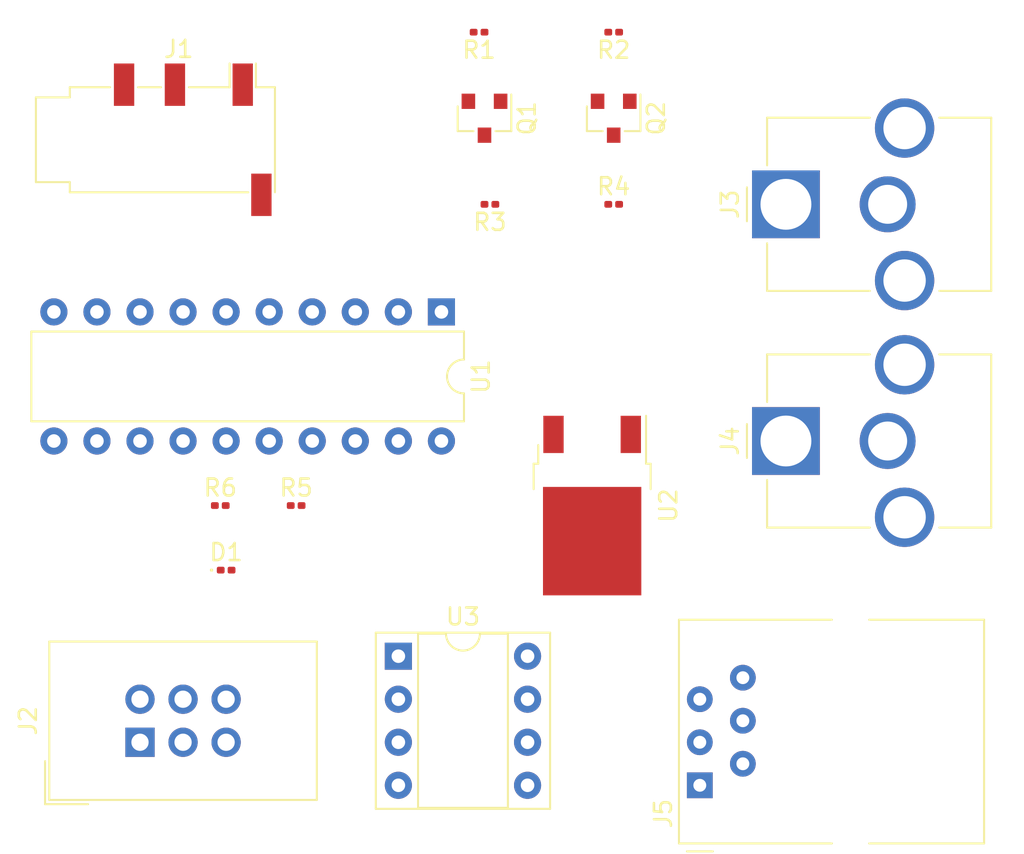
<source format=kicad_pcb>
(kicad_pcb (version 20171130) (host pcbnew "(5.0.2)-1")

  (general
    (thickness 1.6)
    (drawings 0)
    (tracks 0)
    (zones 0)
    (modules 17)
    (nets 30)
  )

  (page A4)
  (layers
    (0 F.Cu signal)
    (31 B.Cu signal)
    (32 B.Adhes user)
    (33 F.Adhes user)
    (34 B.Paste user)
    (35 F.Paste user)
    (36 B.SilkS user)
    (37 F.SilkS user)
    (38 B.Mask user)
    (39 F.Mask user)
    (40 Dwgs.User user)
    (41 Cmts.User user)
    (42 Eco1.User user)
    (43 Eco2.User user)
    (44 Edge.Cuts user)
    (45 Margin user)
    (46 B.CrtYd user)
    (47 F.CrtYd user)
    (48 B.Fab user)
    (49 F.Fab user)
  )

  (setup
    (last_trace_width 0.25)
    (trace_clearance 0.2)
    (zone_clearance 0.508)
    (zone_45_only no)
    (trace_min 0.2)
    (segment_width 0.2)
    (edge_width 0.15)
    (via_size 0.8)
    (via_drill 0.4)
    (via_min_size 0.4)
    (via_min_drill 0.3)
    (uvia_size 0.3)
    (uvia_drill 0.1)
    (uvias_allowed no)
    (uvia_min_size 0.2)
    (uvia_min_drill 0.1)
    (pcb_text_width 0.3)
    (pcb_text_size 1.5 1.5)
    (mod_edge_width 0.15)
    (mod_text_size 1 1)
    (mod_text_width 0.15)
    (pad_size 1.524 1.524)
    (pad_drill 0.762)
    (pad_to_mask_clearance 0.051)
    (solder_mask_min_width 0.25)
    (aux_axis_origin 0 0)
    (visible_elements 7FFFFFFF)
    (pcbplotparams
      (layerselection 0x010fc_ffffffff)
      (usegerberextensions false)
      (usegerberattributes false)
      (usegerberadvancedattributes false)
      (creategerberjobfile false)
      (excludeedgelayer true)
      (linewidth 0.100000)
      (plotframeref false)
      (viasonmask false)
      (mode 1)
      (useauxorigin false)
      (hpglpennumber 1)
      (hpglpenspeed 20)
      (hpglpendiameter 15.000000)
      (psnegative false)
      (psa4output false)
      (plotreference true)
      (plotvalue true)
      (plotinvisibletext false)
      (padsonsilk false)
      (subtractmaskfromsilk false)
      (outputformat 1)
      (mirror false)
      (drillshape 1)
      (scaleselection 1)
      (outputdirectory ""))
  )

  (net 0 "")
  (net 1 "Net-(Q2-Pad3)")
  (net 2 "Net-(Q1-Pad3)")
  (net 3 "Net-(J1-PadR1)")
  (net 4 "Net-(J1-PadT)")
  (net 5 "Net-(R5-Pad2)")
  (net 6 "Net-(D1-Pad2)")
  (net 7 GND)
  (net 8 "Net-(J2-Pad4)")
  (net 9 "Net-(J5-Pad4)")
  (net 10 "Net-(J5-Pad3)")
  (net 11 "Net-(J2-Pad1)")
  (net 12 "Net-(J2-Pad5)")
  (net 13 "Net-(U1-Pad11)")
  (net 14 "Net-(U1-Pad12)")
  (net 15 "Net-(U1-Pad13)")
  (net 16 "Net-(U1-Pad4)")
  (net 17 "Net-(U1-Pad14)")
  (net 18 "Net-(U1-Pad5)")
  (net 19 "Net-(U1-Pad15)")
  (net 20 "Net-(U1-Pad6)")
  (net 21 "Net-(U1-Pad7)")
  (net 22 "Net-(U1-Pad8)")
  (net 23 "Net-(U1-Pad9)")
  (net 24 "Net-(J2-Pad3)")
  (net 25 "Net-(J5-Pad6)")
  (net 26 "Net-(J5-Pad1)")
  (net 27 +5V)
  (net 28 +3V3)
  (net 29 +12V)

  (net_class Default "This is the default net class."
    (clearance 0.2)
    (trace_width 0.25)
    (via_dia 0.8)
    (via_drill 0.4)
    (uvia_dia 0.3)
    (uvia_drill 0.1)
    (add_net +12V)
    (add_net +3V3)
    (add_net +5V)
    (add_net GND)
    (add_net "Net-(D1-Pad2)")
    (add_net "Net-(J1-PadR1)")
    (add_net "Net-(J1-PadT)")
    (add_net "Net-(J2-Pad1)")
    (add_net "Net-(J2-Pad3)")
    (add_net "Net-(J2-Pad4)")
    (add_net "Net-(J2-Pad5)")
    (add_net "Net-(J5-Pad1)")
    (add_net "Net-(J5-Pad3)")
    (add_net "Net-(J5-Pad4)")
    (add_net "Net-(J5-Pad6)")
    (add_net "Net-(Q1-Pad3)")
    (add_net "Net-(Q2-Pad3)")
    (add_net "Net-(R5-Pad2)")
    (add_net "Net-(U1-Pad11)")
    (add_net "Net-(U1-Pad12)")
    (add_net "Net-(U1-Pad13)")
    (add_net "Net-(U1-Pad14)")
    (add_net "Net-(U1-Pad15)")
    (add_net "Net-(U1-Pad4)")
    (add_net "Net-(U1-Pad5)")
    (add_net "Net-(U1-Pad6)")
    (add_net "Net-(U1-Pad7)")
    (add_net "Net-(U1-Pad8)")
    (add_net "Net-(U1-Pad9)")
  )

  (module Connector_BarrelJack:BarrelJack_CUI_PJ-063AH_Horizontal_CircularHoles (layer F.Cu) (tedit 5B0886B5) (tstamp 5C5B9F1E)
    (at 209.55 73.66 90)
    (descr "Barrel Jack, 2.0mm ID, 5.5mm OD, 24V, 8A, no switch, https://www.cui.com/product/resource/pj-063ah.pdf")
    (tags "barrel jack cui dc power")
    (path /5C4E582D)
    (fp_text reference J3 (at 0 -3.3 90) (layer F.SilkS)
      (effects (font (size 1 1) (thickness 0.15)))
    )
    (fp_text value Barrel_Jack (at 0 13 90) (layer F.Fab)
      (effects (font (size 1 1) (thickness 0.15)))
    )
    (fp_text user %R (at 0 5.5 90) (layer F.Fab)
      (effects (font (size 1 1) (thickness 0.15)))
    )
    (fp_line (start 6.75 -2.5) (end -6.75 -2.5) (layer F.CrtYd) (width 0.05))
    (fp_line (start 6.75 12.5) (end 6.75 -2.5) (layer F.CrtYd) (width 0.05))
    (fp_line (start -6.75 12.5) (end 6.75 12.5) (layer F.CrtYd) (width 0.05))
    (fp_line (start -6.75 -2.5) (end -6.75 12.5) (layer F.CrtYd) (width 0.05))
    (fp_line (start -1 -2.3) (end 1 -2.3) (layer F.SilkS) (width 0.12))
    (fp_line (start -5.11 12.11) (end -5.11 9.05) (layer F.SilkS) (width 0.12))
    (fp_line (start 5.11 12.11) (end -5.11 12.11) (layer F.SilkS) (width 0.12))
    (fp_line (start 5.11 9.05) (end 5.11 12.11) (layer F.SilkS) (width 0.12))
    (fp_line (start 5.11 -1.11) (end 5.11 4.95) (layer F.SilkS) (width 0.12))
    (fp_line (start 2.3 -1.11) (end 5.11 -1.11) (layer F.SilkS) (width 0.12))
    (fp_line (start -5.11 -1.11) (end -2.3 -1.11) (layer F.SilkS) (width 0.12))
    (fp_line (start -5.11 4.95) (end -5.11 -1.11) (layer F.SilkS) (width 0.12))
    (fp_line (start -5 12) (end -5 -1) (layer F.Fab) (width 0.1))
    (fp_line (start 5 12) (end -5 12) (layer F.Fab) (width 0.1))
    (fp_line (start 5 -1) (end 5 12) (layer F.Fab) (width 0.1))
    (fp_line (start 1 -1) (end 5 -1) (layer F.Fab) (width 0.1))
    (fp_line (start 0 0) (end 1 -1) (layer F.Fab) (width 0.1))
    (fp_line (start -1 -1) (end 0 0) (layer F.Fab) (width 0.1))
    (fp_line (start -5 -1) (end -1 -1) (layer F.Fab) (width 0.1))
    (pad "" np_thru_hole circle (at 0 9 90) (size 1.6 1.6) (drill 1.6) (layers *.Cu *.Mask))
    (pad MP thru_hole circle (at 4.5 7 90) (size 3.5 3.5) (drill 2.5) (layers *.Cu *.Mask))
    (pad MP thru_hole circle (at -4.5 7 90) (size 3.5 3.5) (drill 2.5) (layers *.Cu *.Mask))
    (pad 2 thru_hole circle (at 0 6 90) (size 3.3 3.3) (drill 2.3) (layers *.Cu *.Mask)
      (net 7 GND))
    (pad 1 thru_hole rect (at 0 0 90) (size 4 4) (drill 3) (layers *.Cu *.Mask)
      (net 29 +12V))
    (model ${KISYS3DMOD}/Connector_BarrelJack.3dshapes/BarrelJack_CUI_PJ-063AH_Horizontal_CircularHoles.wrl
      (at (xyz 0 0 0))
      (scale (xyz 1 1 1))
      (rotate (xyz 0 0 0))
    )
  )

  (module Connector_BarrelJack:BarrelJack_CUI_PJ-063AH_Horizontal_CircularHoles (layer F.Cu) (tedit 5B0886B5) (tstamp 5C5B9F02)
    (at 209.55 87.63 90)
    (descr "Barrel Jack, 2.0mm ID, 5.5mm OD, 24V, 8A, no switch, https://www.cui.com/product/resource/pj-063ah.pdf")
    (tags "barrel jack cui dc power")
    (path /5C4E578B)
    (fp_text reference J4 (at 0 -3.3 90) (layer F.SilkS)
      (effects (font (size 1 1) (thickness 0.15)))
    )
    (fp_text value Barrel_Jack (at 0 13 90) (layer F.Fab)
      (effects (font (size 1 1) (thickness 0.15)))
    )
    (fp_line (start -5 -1) (end -1 -1) (layer F.Fab) (width 0.1))
    (fp_line (start -1 -1) (end 0 0) (layer F.Fab) (width 0.1))
    (fp_line (start 0 0) (end 1 -1) (layer F.Fab) (width 0.1))
    (fp_line (start 1 -1) (end 5 -1) (layer F.Fab) (width 0.1))
    (fp_line (start 5 -1) (end 5 12) (layer F.Fab) (width 0.1))
    (fp_line (start 5 12) (end -5 12) (layer F.Fab) (width 0.1))
    (fp_line (start -5 12) (end -5 -1) (layer F.Fab) (width 0.1))
    (fp_line (start -5.11 4.95) (end -5.11 -1.11) (layer F.SilkS) (width 0.12))
    (fp_line (start -5.11 -1.11) (end -2.3 -1.11) (layer F.SilkS) (width 0.12))
    (fp_line (start 2.3 -1.11) (end 5.11 -1.11) (layer F.SilkS) (width 0.12))
    (fp_line (start 5.11 -1.11) (end 5.11 4.95) (layer F.SilkS) (width 0.12))
    (fp_line (start 5.11 9.05) (end 5.11 12.11) (layer F.SilkS) (width 0.12))
    (fp_line (start 5.11 12.11) (end -5.11 12.11) (layer F.SilkS) (width 0.12))
    (fp_line (start -5.11 12.11) (end -5.11 9.05) (layer F.SilkS) (width 0.12))
    (fp_line (start -1 -2.3) (end 1 -2.3) (layer F.SilkS) (width 0.12))
    (fp_line (start -6.75 -2.5) (end -6.75 12.5) (layer F.CrtYd) (width 0.05))
    (fp_line (start -6.75 12.5) (end 6.75 12.5) (layer F.CrtYd) (width 0.05))
    (fp_line (start 6.75 12.5) (end 6.75 -2.5) (layer F.CrtYd) (width 0.05))
    (fp_line (start 6.75 -2.5) (end -6.75 -2.5) (layer F.CrtYd) (width 0.05))
    (fp_text user %R (at 0 5.5 90) (layer F.Fab)
      (effects (font (size 1 1) (thickness 0.15)))
    )
    (pad 1 thru_hole rect (at 0 0 90) (size 4 4) (drill 3) (layers *.Cu *.Mask)
      (net 29 +12V))
    (pad 2 thru_hole circle (at 0 6 90) (size 3.3 3.3) (drill 2.3) (layers *.Cu *.Mask)
      (net 7 GND))
    (pad MP thru_hole circle (at -4.5 7 90) (size 3.5 3.5) (drill 2.5) (layers *.Cu *.Mask))
    (pad MP thru_hole circle (at 4.5 7 90) (size 3.5 3.5) (drill 2.5) (layers *.Cu *.Mask))
    (pad "" np_thru_hole circle (at 0 9 90) (size 1.6 1.6) (drill 1.6) (layers *.Cu *.Mask))
    (model ${KISYS3DMOD}/Connector_BarrelJack.3dshapes/BarrelJack_CUI_PJ-063AH_Horizontal_CircularHoles.wrl
      (at (xyz 0 0 0))
      (scale (xyz 1 1 1))
      (rotate (xyz 0 0 0))
    )
  )

  (module Connector_Audio:Jack_3.5mm_PJ320D_Horizontal (layer F.Cu) (tedit 5BF5E15D) (tstamp 5C5B8F77)
    (at 173.685 69.85)
    (descr "Headphones with microphone connector, 3.5mm, 4 pins (http://www.qingpu-electronics.com/en/products/WQP-PJ320D-72.html)")
    (tags "3.5mm jack mic microphone phones headphones 4pins audio plug")
    (path /5C4E558A)
    (attr smd)
    (fp_text reference J1 (at 0.05 -5.35) (layer F.SilkS)
      (effects (font (size 1 1) (thickness 0.15)))
    )
    (fp_text value AudioJack4 (at -0.025 6.35) (layer F.Fab)
      (effects (font (size 1 1) (thickness 0.15)))
    )
    (fp_text user %R (at -1.195 0) (layer F.Fab)
      (effects (font (size 1 1) (thickness 0.15)))
    )
    (fp_line (start 3.05 -3.1) (end 3.05 -4.5) (layer F.SilkS) (width 0.12))
    (fp_line (start 4.6 -3.1) (end 4.6 -4.5) (layer F.SilkS) (width 0.12))
    (fp_line (start 5.575 2.9) (end -6.225 2.9) (layer F.Fab) (width 0.1))
    (fp_line (start -6.225 2.9) (end -6.225 2.3) (layer F.Fab) (width 0.1))
    (fp_line (start -6.225 2.3) (end -8.225 2.3) (layer F.Fab) (width 0.1))
    (fp_line (start -8.225 2.3) (end -8.225 -2.3) (layer F.Fab) (width 0.1))
    (fp_line (start -8.225 -2.3) (end -6.225 -2.3) (layer F.Fab) (width 0.1))
    (fp_line (start -6.225 -2.3) (end -6.225 -2.9) (layer F.Fab) (width 0.1))
    (fp_line (start -6.225 -2.9) (end 5.575 -2.9) (layer F.Fab) (width 0.1))
    (fp_line (start 5.575 -2.9) (end 5.575 2.9) (layer F.Fab) (width 0.1))
    (fp_line (start 4.15 3.1) (end -6.375 3.1) (layer F.SilkS) (width 0.12))
    (fp_line (start 4.6 -3.1) (end 5.725 -3.1) (layer F.SilkS) (width 0.12))
    (fp_line (start 0.65 -3.1) (end 3.05 -3.1) (layer F.SilkS) (width 0.12))
    (fp_line (start -2.35 -3.1) (end -1 -3.1) (layer F.SilkS) (width 0.12))
    (fp_line (start -6.375 -3.1) (end -4 -3.1) (layer F.SilkS) (width 0.12))
    (fp_line (start 6.07 5) (end 6.07 -5) (layer F.CrtYd) (width 0.05))
    (fp_line (start -8.73 5) (end -8.73 -5) (layer F.CrtYd) (width 0.05))
    (fp_line (start 5.725 3.1) (end 5.725 -3.1) (layer F.SilkS) (width 0.12))
    (fp_line (start -8.73 5) (end 6.07 5) (layer F.CrtYd) (width 0.05))
    (fp_line (start -8.73 -5) (end 6.07 -5) (layer F.CrtYd) (width 0.05))
    (fp_line (start -6.375 -3.1) (end -6.375 -2.5) (layer F.SilkS) (width 0.12))
    (fp_line (start -6.375 2.5) (end -6.375 3.1) (layer F.SilkS) (width 0.12))
    (fp_line (start -8.375 -2.5) (end -8.375 2.5) (layer F.SilkS) (width 0.12))
    (fp_line (start -6.375 -2.5) (end -8.375 -2.5) (layer F.SilkS) (width 0.12))
    (fp_line (start -6.375 2.5) (end -8.375 2.5) (layer F.SilkS) (width 0.12))
    (fp_circle (center 3.9 -2.35) (end 3.95 -2.1) (layer F.Fab) (width 0.12))
    (pad R2 smd rect (at 4.925 3.25) (size 1.2 2.5) (layers F.Cu F.Paste F.Mask)
      (net 7 GND))
    (pad T smd rect (at 3.825 -3.25) (size 1.2 2.5) (layers F.Cu F.Paste F.Mask)
      (net 4 "Net-(J1-PadT)"))
    (pad R1 smd rect (at -0.175 -3.25) (size 1.2 2.5) (layers F.Cu F.Paste F.Mask)
      (net 3 "Net-(J1-PadR1)"))
    (pad S smd rect (at -3.175 -3.25) (size 1.2 2.5) (layers F.Cu F.Paste F.Mask)
      (net 28 +3V3))
    (pad "" np_thru_hole circle (at -4.775 0) (size 1.5 1.5) (drill 1.5) (layers *.Cu *.Mask))
    (pad "" np_thru_hole circle (at 2.225 0) (size 1.5 1.5) (drill 1.5) (layers *.Cu *.Mask))
    (model ${KISYS3DMOD}/Connector_Audio.3dshapes/Jack_3.5mm_PJ320D_Horizontal.wrl
      (at (xyz 0 0 0))
      (scale (xyz 1 1 1))
      (rotate (xyz 0 0 0))
    )
  )

  (module Connector_IDC:IDC-Header_2x03_P2.54mm_Vertical (layer F.Cu) (tedit 59DE0819) (tstamp 5C5B8F12)
    (at 171.45 105.41 90)
    (descr "Through hole straight IDC box header, 2x03, 2.54mm pitch, double rows")
    (tags "Through hole IDC box header THT 2x03 2.54mm double row")
    (path /5C4E513D)
    (fp_text reference J2 (at 1.27 -6.604 90) (layer F.SilkS)
      (effects (font (size 1 1) (thickness 0.15)))
    )
    (fp_text value AVR-ISP-6 (at 1.27 11.684 90) (layer F.Fab)
      (effects (font (size 1 1) (thickness 0.15)))
    )
    (fp_text user %R (at 1.27 2.54 90) (layer F.Fab)
      (effects (font (size 1 1) (thickness 0.15)))
    )
    (fp_line (start 5.695 -5.1) (end 5.695 10.18) (layer F.Fab) (width 0.1))
    (fp_line (start 5.145 -4.56) (end 5.145 9.62) (layer F.Fab) (width 0.1))
    (fp_line (start -3.155 -5.1) (end -3.155 10.18) (layer F.Fab) (width 0.1))
    (fp_line (start -2.605 -4.56) (end -2.605 0.29) (layer F.Fab) (width 0.1))
    (fp_line (start -2.605 4.79) (end -2.605 9.62) (layer F.Fab) (width 0.1))
    (fp_line (start -2.605 0.29) (end -3.155 0.29) (layer F.Fab) (width 0.1))
    (fp_line (start -2.605 4.79) (end -3.155 4.79) (layer F.Fab) (width 0.1))
    (fp_line (start 5.695 -5.1) (end -3.155 -5.1) (layer F.Fab) (width 0.1))
    (fp_line (start 5.145 -4.56) (end -2.605 -4.56) (layer F.Fab) (width 0.1))
    (fp_line (start 5.695 10.18) (end -3.155 10.18) (layer F.Fab) (width 0.1))
    (fp_line (start 5.145 9.62) (end -2.605 9.62) (layer F.Fab) (width 0.1))
    (fp_line (start 5.695 -5.1) (end 5.145 -4.56) (layer F.Fab) (width 0.1))
    (fp_line (start 5.695 10.18) (end 5.145 9.62) (layer F.Fab) (width 0.1))
    (fp_line (start -3.155 -5.1) (end -2.605 -4.56) (layer F.Fab) (width 0.1))
    (fp_line (start -3.155 10.18) (end -2.605 9.62) (layer F.Fab) (width 0.1))
    (fp_line (start 5.95 -5.35) (end 5.95 10.43) (layer F.CrtYd) (width 0.05))
    (fp_line (start 5.95 10.43) (end -3.41 10.43) (layer F.CrtYd) (width 0.05))
    (fp_line (start -3.41 10.43) (end -3.41 -5.35) (layer F.CrtYd) (width 0.05))
    (fp_line (start -3.41 -5.35) (end 5.95 -5.35) (layer F.CrtYd) (width 0.05))
    (fp_line (start 5.945 -5.35) (end 5.945 10.43) (layer F.SilkS) (width 0.12))
    (fp_line (start 5.945 10.43) (end -3.405 10.43) (layer F.SilkS) (width 0.12))
    (fp_line (start -3.405 10.43) (end -3.405 -5.35) (layer F.SilkS) (width 0.12))
    (fp_line (start -3.405 -5.35) (end 5.945 -5.35) (layer F.SilkS) (width 0.12))
    (fp_line (start -3.655 -5.6) (end -3.655 -3.06) (layer F.SilkS) (width 0.12))
    (fp_line (start -3.655 -5.6) (end -1.115 -5.6) (layer F.SilkS) (width 0.12))
    (pad 1 thru_hole rect (at 0 0 90) (size 1.7272 1.7272) (drill 1.016) (layers *.Cu *.Mask)
      (net 11 "Net-(J2-Pad1)"))
    (pad 2 thru_hole oval (at 2.54 0 90) (size 1.7272 1.7272) (drill 1.016) (layers *.Cu *.Mask)
      (net 27 +5V))
    (pad 3 thru_hole oval (at 0 2.54 90) (size 1.7272 1.7272) (drill 1.016) (layers *.Cu *.Mask)
      (net 24 "Net-(J2-Pad3)"))
    (pad 4 thru_hole oval (at 2.54 2.54 90) (size 1.7272 1.7272) (drill 1.016) (layers *.Cu *.Mask)
      (net 8 "Net-(J2-Pad4)"))
    (pad 5 thru_hole oval (at 0 5.08 90) (size 1.7272 1.7272) (drill 1.016) (layers *.Cu *.Mask)
      (net 12 "Net-(J2-Pad5)"))
    (pad 6 thru_hole oval (at 2.54 5.08 90) (size 1.7272 1.7272) (drill 1.016) (layers *.Cu *.Mask)
      (net 7 GND))
    (model ${KISYS3DMOD}/Connector_IDC.3dshapes/IDC-Header_2x03_P2.54mm_Vertical.wrl
      (at (xyz 0 0 0))
      (scale (xyz 1 1 1))
      (rotate (xyz 0 0 0))
    )
  )

  (module Connector_RJ:RJ12_Amphenol_54601 (layer F.Cu) (tedit 5AE2E32D) (tstamp 5C5B8EEE)
    (at 204.47 107.95 90)
    (descr "RJ12 connector  https://cdn.amphenol-icc.com/media/wysiwyg/files/drawing/c-bmj-0082.pdf")
    (tags "RJ12 connector")
    (path /5C53832E)
    (fp_text reference J5 (at -1.67 -2.16 90) (layer F.SilkS)
      (effects (font (size 1 1) (thickness 0.15)))
    )
    (fp_text value 6P6C (at 3.54 18.3 90) (layer F.Fab)
      (effects (font (size 1 1) (thickness 0.15)))
    )
    (fp_line (start -3.43 -0.48) (end -3.43 -1.23) (layer F.Fab) (width 0.1))
    (fp_line (start -2.93 0.02) (end -3.43 -0.48) (layer F.Fab) (width 0.1))
    (fp_line (start -3.43 0.52) (end -2.93 0.02) (layer F.Fab) (width 0.1))
    (fp_line (start -3.9 0.77) (end -3.9 -0.76) (layer F.SilkS) (width 0.12))
    (fp_line (start -3.43 7.79) (end -3.43 -1.23) (layer F.SilkS) (width 0.12))
    (fp_line (start -3.43 7.72) (end -3.43 7.79) (layer F.SilkS) (width 0.1))
    (fp_line (start -3.43 16.77) (end -3.43 9.99) (layer F.SilkS) (width 0.12))
    (fp_line (start 9.77 16.77) (end -3.43 16.77) (layer F.SilkS) (width 0.12))
    (fp_line (start 9.77 16.76) (end 9.77 16.77) (layer F.SilkS) (width 0.1))
    (fp_line (start 9.77 16.77) (end 9.77 9.99) (layer F.SilkS) (width 0.12))
    (fp_line (start 9.77 16.65) (end 9.77 16.77) (layer F.SilkS) (width 0.1))
    (fp_line (start 9.77 -1.23) (end 9.77 7.79) (layer F.SilkS) (width 0.12))
    (fp_line (start -3.43 -1.23) (end 9.77 -1.23) (layer F.SilkS) (width 0.12))
    (fp_line (start -4.04 17.27) (end -4.04 -1.73) (layer F.CrtYd) (width 0.05))
    (fp_line (start 10.38 17.27) (end -4.04 17.27) (layer F.CrtYd) (width 0.05))
    (fp_line (start 10.38 -1.73) (end 10.38 17.27) (layer F.CrtYd) (width 0.05))
    (fp_line (start -4.04 -1.73) (end 10.38 -1.73) (layer F.CrtYd) (width 0.05))
    (fp_line (start 9.77 16.77) (end -3.43 16.77) (layer F.Fab) (width 0.1))
    (fp_line (start 9.77 -1.23) (end 9.77 16.77) (layer F.Fab) (width 0.1))
    (fp_line (start -3.43 -1.23) (end 9.77 -1.23) (layer F.Fab) (width 0.1))
    (fp_line (start -3.43 16.77) (end -3.43 0.52) (layer F.Fab) (width 0.1))
    (fp_text user %R (at 3.16 7.76 90) (layer F.Fab)
      (effects (font (size 1 1) (thickness 0.15)))
    )
    (pad "" np_thru_hole circle (at 8.25 8.89 90) (size 3.25 3.25) (drill 3.25) (layers *.Cu *.Mask))
    (pad 6 thru_hole circle (at 6.35 2.54 90) (size 1.52 1.52) (drill 0.76) (layers *.Cu *.Mask)
      (net 25 "Net-(J5-Pad6)"))
    (pad 5 thru_hole circle (at 5.08 0 90) (size 1.52 1.52) (drill 0.76) (layers *.Cu *.Mask)
      (net 7 GND))
    (pad 4 thru_hole circle (at 3.81 2.54 90) (size 1.52 1.52) (drill 0.76) (layers *.Cu *.Mask)
      (net 9 "Net-(J5-Pad4)"))
    (pad 3 thru_hole circle (at 2.54 0 90) (size 1.52 1.52) (drill 0.76) (layers *.Cu *.Mask)
      (net 10 "Net-(J5-Pad3)"))
    (pad 2 thru_hole circle (at 1.27 2.54 90) (size 1.52 1.52) (drill 0.76) (layers *.Cu *.Mask)
      (net 27 +5V))
    (pad "" np_thru_hole circle (at -1.91 8.89 90) (size 3.25 3.25) (drill 3.25) (layers *.Cu *.Mask))
    (pad 1 thru_hole rect (at 0 0 90) (size 1.52 1.52) (drill 0.76) (layers *.Cu *.Mask)
      (net 26 "Net-(J5-Pad1)"))
    (model ${KISYS3DMOD}/Connector_RJ.3dshapes/RJ12_Amphenol_54601.wrl
      (at (xyz 0 0 0))
      (scale (xyz 1 1 1))
      (rotate (xyz 0 0 0))
    )
  )

  (module LED_SMD:LED_0201_0603Metric (layer F.Cu) (tedit 5B301BBE) (tstamp 5C5B8ECC)
    (at 176.53 95.25)
    (descr "LED SMD 0201 (0603 Metric), square (rectangular) end terminal, IPC_7351 nominal, (Body size source: https://www.vishay.com/docs/20052/crcw0201e3.pdf), generated with kicad-footprint-generator")
    (tags LED)
    (path /5C4E58E8)
    (attr smd)
    (fp_text reference D1 (at 0 -1.05) (layer F.SilkS)
      (effects (font (size 1 1) (thickness 0.15)))
    )
    (fp_text value LED (at 0 1.05) (layer F.Fab)
      (effects (font (size 1 1) (thickness 0.15)))
    )
    (fp_circle (center -0.86 0) (end -0.81 0) (layer F.SilkS) (width 0.1))
    (fp_line (start -0.3 0.15) (end -0.3 -0.15) (layer F.Fab) (width 0.1))
    (fp_line (start -0.3 -0.15) (end 0.3 -0.15) (layer F.Fab) (width 0.1))
    (fp_line (start 0.3 -0.15) (end 0.3 0.15) (layer F.Fab) (width 0.1))
    (fp_line (start 0.3 0.15) (end -0.3 0.15) (layer F.Fab) (width 0.1))
    (fp_line (start -0.2 0.15) (end -0.2 -0.15) (layer F.Fab) (width 0.1))
    (fp_line (start -0.1 0.15) (end -0.1 -0.15) (layer F.Fab) (width 0.1))
    (fp_line (start -0.7 0.35) (end -0.7 -0.35) (layer F.CrtYd) (width 0.05))
    (fp_line (start -0.7 -0.35) (end 0.7 -0.35) (layer F.CrtYd) (width 0.05))
    (fp_line (start 0.7 -0.35) (end 0.7 0.35) (layer F.CrtYd) (width 0.05))
    (fp_line (start 0.7 0.35) (end -0.7 0.35) (layer F.CrtYd) (width 0.05))
    (fp_text user %R (at 0 -0.68) (layer F.Fab)
      (effects (font (size 0.25 0.25) (thickness 0.04)))
    )
    (pad "" smd roundrect (at -0.345 0) (size 0.318 0.36) (layers F.Paste) (roundrect_rratio 0.25))
    (pad "" smd roundrect (at 0.345 0) (size 0.318 0.36) (layers F.Paste) (roundrect_rratio 0.25))
    (pad 1 smd roundrect (at -0.32 0) (size 0.46 0.4) (layers F.Cu F.Mask) (roundrect_rratio 0.25)
      (net 7 GND))
    (pad 2 smd roundrect (at 0.32 0) (size 0.46 0.4) (layers F.Cu F.Mask) (roundrect_rratio 0.25)
      (net 6 "Net-(D1-Pad2)"))
    (model ${KISYS3DMOD}/LED_SMD.3dshapes/LED_0201_0603Metric.wrl
      (at (xyz 0 0 0))
      (scale (xyz 1 1 1))
      (rotate (xyz 0 0 0))
    )
  )

  (module Package_DIP:DIP-20_W7.62mm (layer F.Cu) (tedit 5A02E8C5) (tstamp 5C5B8EB8)
    (at 189.23 80.01 270)
    (descr "20-lead though-hole mounted DIP package, row spacing 7.62 mm (300 mils)")
    (tags "THT DIP DIL PDIP 2.54mm 7.62mm 300mil")
    (path /5C4E5245)
    (fp_text reference U1 (at 3.81 -2.33 270) (layer F.SilkS)
      (effects (font (size 1 1) (thickness 0.15)))
    )
    (fp_text value ATtiny2313-20PU (at 3.81 25.19 270) (layer F.Fab)
      (effects (font (size 1 1) (thickness 0.15)))
    )
    (fp_arc (start 3.81 -1.33) (end 2.81 -1.33) (angle -180) (layer F.SilkS) (width 0.12))
    (fp_line (start 1.635 -1.27) (end 6.985 -1.27) (layer F.Fab) (width 0.1))
    (fp_line (start 6.985 -1.27) (end 6.985 24.13) (layer F.Fab) (width 0.1))
    (fp_line (start 6.985 24.13) (end 0.635 24.13) (layer F.Fab) (width 0.1))
    (fp_line (start 0.635 24.13) (end 0.635 -0.27) (layer F.Fab) (width 0.1))
    (fp_line (start 0.635 -0.27) (end 1.635 -1.27) (layer F.Fab) (width 0.1))
    (fp_line (start 2.81 -1.33) (end 1.16 -1.33) (layer F.SilkS) (width 0.12))
    (fp_line (start 1.16 -1.33) (end 1.16 24.19) (layer F.SilkS) (width 0.12))
    (fp_line (start 1.16 24.19) (end 6.46 24.19) (layer F.SilkS) (width 0.12))
    (fp_line (start 6.46 24.19) (end 6.46 -1.33) (layer F.SilkS) (width 0.12))
    (fp_line (start 6.46 -1.33) (end 4.81 -1.33) (layer F.SilkS) (width 0.12))
    (fp_line (start -1.1 -1.55) (end -1.1 24.4) (layer F.CrtYd) (width 0.05))
    (fp_line (start -1.1 24.4) (end 8.7 24.4) (layer F.CrtYd) (width 0.05))
    (fp_line (start 8.7 24.4) (end 8.7 -1.55) (layer F.CrtYd) (width 0.05))
    (fp_line (start 8.7 -1.55) (end -1.1 -1.55) (layer F.CrtYd) (width 0.05))
    (fp_text user %R (at 3.81 11.43 270) (layer F.Fab)
      (effects (font (size 1 1) (thickness 0.15)))
    )
    (pad 1 thru_hole rect (at 0 0 270) (size 1.6 1.6) (drill 0.8) (layers *.Cu *.Mask)
      (net 12 "Net-(J2-Pad5)"))
    (pad 11 thru_hole oval (at 7.62 22.86 270) (size 1.6 1.6) (drill 0.8) (layers *.Cu *.Mask)
      (net 13 "Net-(U1-Pad11)"))
    (pad 2 thru_hole oval (at 0 2.54 270) (size 1.6 1.6) (drill 0.8) (layers *.Cu *.Mask)
      (net 1 "Net-(Q2-Pad3)"))
    (pad 12 thru_hole oval (at 7.62 20.32 270) (size 1.6 1.6) (drill 0.8) (layers *.Cu *.Mask)
      (net 14 "Net-(U1-Pad12)"))
    (pad 3 thru_hole oval (at 0 5.08 270) (size 1.6 1.6) (drill 0.8) (layers *.Cu *.Mask)
      (net 2 "Net-(Q1-Pad3)"))
    (pad 13 thru_hole oval (at 7.62 17.78 270) (size 1.6 1.6) (drill 0.8) (layers *.Cu *.Mask)
      (net 15 "Net-(U1-Pad13)"))
    (pad 4 thru_hole oval (at 0 7.62 270) (size 1.6 1.6) (drill 0.8) (layers *.Cu *.Mask)
      (net 16 "Net-(U1-Pad4)"))
    (pad 14 thru_hole oval (at 7.62 15.24 270) (size 1.6 1.6) (drill 0.8) (layers *.Cu *.Mask)
      (net 17 "Net-(U1-Pad14)"))
    (pad 5 thru_hole oval (at 0 10.16 270) (size 1.6 1.6) (drill 0.8) (layers *.Cu *.Mask)
      (net 18 "Net-(U1-Pad5)"))
    (pad 15 thru_hole oval (at 7.62 12.7 270) (size 1.6 1.6) (drill 0.8) (layers *.Cu *.Mask)
      (net 19 "Net-(U1-Pad15)"))
    (pad 6 thru_hole oval (at 0 12.7 270) (size 1.6 1.6) (drill 0.8) (layers *.Cu *.Mask)
      (net 20 "Net-(U1-Pad6)"))
    (pad 16 thru_hole oval (at 7.62 10.16 270) (size 1.6 1.6) (drill 0.8) (layers *.Cu *.Mask)
      (net 5 "Net-(R5-Pad2)"))
    (pad 7 thru_hole oval (at 0 15.24 270) (size 1.6 1.6) (drill 0.8) (layers *.Cu *.Mask)
      (net 21 "Net-(U1-Pad7)"))
    (pad 17 thru_hole oval (at 7.62 7.62 270) (size 1.6 1.6) (drill 0.8) (layers *.Cu *.Mask)
      (net 8 "Net-(J2-Pad4)"))
    (pad 8 thru_hole oval (at 0 17.78 270) (size 1.6 1.6) (drill 0.8) (layers *.Cu *.Mask)
      (net 22 "Net-(U1-Pad8)"))
    (pad 18 thru_hole oval (at 7.62 5.08 270) (size 1.6 1.6) (drill 0.8) (layers *.Cu *.Mask)
      (net 11 "Net-(J2-Pad1)"))
    (pad 9 thru_hole oval (at 0 20.32 270) (size 1.6 1.6) (drill 0.8) (layers *.Cu *.Mask)
      (net 23 "Net-(U1-Pad9)"))
    (pad 19 thru_hole oval (at 7.62 2.54 270) (size 1.6 1.6) (drill 0.8) (layers *.Cu *.Mask)
      (net 24 "Net-(J2-Pad3)"))
    (pad 10 thru_hole oval (at 0 22.86 270) (size 1.6 1.6) (drill 0.8) (layers *.Cu *.Mask)
      (net 7 GND))
    (pad 20 thru_hole oval (at 7.62 0 270) (size 1.6 1.6) (drill 0.8) (layers *.Cu *.Mask)
      (net 27 +5V))
    (model ${KISYS3DMOD}/Package_DIP.3dshapes/DIP-20_W7.62mm.wrl
      (at (xyz 0 0 0))
      (scale (xyz 1 1 1))
      (rotate (xyz 0 0 0))
    )
  )

  (module Package_DIP:DIP-8_W7.62mm_Socket (layer F.Cu) (tedit 5A02E8C5) (tstamp 5C5B8E90)
    (at 186.69 100.33)
    (descr "8-lead though-hole mounted DIP package, row spacing 7.62 mm (300 mils), Socket")
    (tags "THT DIP DIL PDIP 2.54mm 7.62mm 300mil Socket")
    (path /5C4E52CB)
    (fp_text reference U3 (at 3.81 -2.33) (layer F.SilkS)
      (effects (font (size 1 1) (thickness 0.15)))
    )
    (fp_text value MAX485E (at 3.81 9.95) (layer F.Fab)
      (effects (font (size 1 1) (thickness 0.15)))
    )
    (fp_arc (start 3.81 -1.33) (end 2.81 -1.33) (angle -180) (layer F.SilkS) (width 0.12))
    (fp_line (start 1.635 -1.27) (end 6.985 -1.27) (layer F.Fab) (width 0.1))
    (fp_line (start 6.985 -1.27) (end 6.985 8.89) (layer F.Fab) (width 0.1))
    (fp_line (start 6.985 8.89) (end 0.635 8.89) (layer F.Fab) (width 0.1))
    (fp_line (start 0.635 8.89) (end 0.635 -0.27) (layer F.Fab) (width 0.1))
    (fp_line (start 0.635 -0.27) (end 1.635 -1.27) (layer F.Fab) (width 0.1))
    (fp_line (start -1.27 -1.33) (end -1.27 8.95) (layer F.Fab) (width 0.1))
    (fp_line (start -1.27 8.95) (end 8.89 8.95) (layer F.Fab) (width 0.1))
    (fp_line (start 8.89 8.95) (end 8.89 -1.33) (layer F.Fab) (width 0.1))
    (fp_line (start 8.89 -1.33) (end -1.27 -1.33) (layer F.Fab) (width 0.1))
    (fp_line (start 2.81 -1.33) (end 1.16 -1.33) (layer F.SilkS) (width 0.12))
    (fp_line (start 1.16 -1.33) (end 1.16 8.95) (layer F.SilkS) (width 0.12))
    (fp_line (start 1.16 8.95) (end 6.46 8.95) (layer F.SilkS) (width 0.12))
    (fp_line (start 6.46 8.95) (end 6.46 -1.33) (layer F.SilkS) (width 0.12))
    (fp_line (start 6.46 -1.33) (end 4.81 -1.33) (layer F.SilkS) (width 0.12))
    (fp_line (start -1.33 -1.39) (end -1.33 9.01) (layer F.SilkS) (width 0.12))
    (fp_line (start -1.33 9.01) (end 8.95 9.01) (layer F.SilkS) (width 0.12))
    (fp_line (start 8.95 9.01) (end 8.95 -1.39) (layer F.SilkS) (width 0.12))
    (fp_line (start 8.95 -1.39) (end -1.33 -1.39) (layer F.SilkS) (width 0.12))
    (fp_line (start -1.55 -1.6) (end -1.55 9.2) (layer F.CrtYd) (width 0.05))
    (fp_line (start -1.55 9.2) (end 9.15 9.2) (layer F.CrtYd) (width 0.05))
    (fp_line (start 9.15 9.2) (end 9.15 -1.6) (layer F.CrtYd) (width 0.05))
    (fp_line (start 9.15 -1.6) (end -1.55 -1.6) (layer F.CrtYd) (width 0.05))
    (fp_text user %R (at 3.81 3.81) (layer F.Fab)
      (effects (font (size 1 1) (thickness 0.15)))
    )
    (pad 1 thru_hole rect (at 0 0) (size 1.6 1.6) (drill 0.8) (layers *.Cu *.Mask)
      (net 8 "Net-(J2-Pad4)"))
    (pad 5 thru_hole oval (at 7.62 7.62) (size 1.6 1.6) (drill 0.8) (layers *.Cu *.Mask)
      (net 7 GND))
    (pad 2 thru_hole oval (at 0 2.54) (size 1.6 1.6) (drill 0.8) (layers *.Cu *.Mask)
      (net 5 "Net-(R5-Pad2)"))
    (pad 6 thru_hole oval (at 7.62 5.08) (size 1.6 1.6) (drill 0.8) (layers *.Cu *.Mask)
      (net 9 "Net-(J5-Pad4)"))
    (pad 3 thru_hole oval (at 0 5.08) (size 1.6 1.6) (drill 0.8) (layers *.Cu *.Mask)
      (net 5 "Net-(R5-Pad2)"))
    (pad 7 thru_hole oval (at 7.62 2.54) (size 1.6 1.6) (drill 0.8) (layers *.Cu *.Mask)
      (net 10 "Net-(J5-Pad3)"))
    (pad 4 thru_hole oval (at 0 7.62) (size 1.6 1.6) (drill 0.8) (layers *.Cu *.Mask)
      (net 11 "Net-(J2-Pad1)"))
    (pad 8 thru_hole oval (at 7.62 0) (size 1.6 1.6) (drill 0.8) (layers *.Cu *.Mask)
      (net 27 +5V))
    (model ${KISYS3DMOD}/Package_DIP.3dshapes/DIP-8_W7.62mm_Socket.wrl
      (at (xyz 0 0 0))
      (scale (xyz 1 1 1))
      (rotate (xyz 0 0 0))
    )
  )

  (module Package_TO_SOT_SMD:SOT-23 (layer F.Cu) (tedit 5A02FF57) (tstamp 5C5B8E6C)
    (at 199.39 68.58 270)
    (descr "SOT-23, Standard")
    (tags SOT-23)
    (path /5C4E60D5)
    (attr smd)
    (fp_text reference Q2 (at 0 -2.5 270) (layer F.SilkS)
      (effects (font (size 1 1) (thickness 0.15)))
    )
    (fp_text value BSS138 (at 0 2.5 270) (layer F.Fab)
      (effects (font (size 1 1) (thickness 0.15)))
    )
    (fp_line (start 0.76 1.58) (end -0.7 1.58) (layer F.SilkS) (width 0.12))
    (fp_line (start 0.76 -1.58) (end -1.4 -1.58) (layer F.SilkS) (width 0.12))
    (fp_line (start -1.7 1.75) (end -1.7 -1.75) (layer F.CrtYd) (width 0.05))
    (fp_line (start 1.7 1.75) (end -1.7 1.75) (layer F.CrtYd) (width 0.05))
    (fp_line (start 1.7 -1.75) (end 1.7 1.75) (layer F.CrtYd) (width 0.05))
    (fp_line (start -1.7 -1.75) (end 1.7 -1.75) (layer F.CrtYd) (width 0.05))
    (fp_line (start 0.76 -1.58) (end 0.76 -0.65) (layer F.SilkS) (width 0.12))
    (fp_line (start 0.76 1.58) (end 0.76 0.65) (layer F.SilkS) (width 0.12))
    (fp_line (start -0.7 1.52) (end 0.7 1.52) (layer F.Fab) (width 0.1))
    (fp_line (start 0.7 -1.52) (end 0.7 1.52) (layer F.Fab) (width 0.1))
    (fp_line (start -0.7 -0.95) (end -0.15 -1.52) (layer F.Fab) (width 0.1))
    (fp_line (start -0.15 -1.52) (end 0.7 -1.52) (layer F.Fab) (width 0.1))
    (fp_line (start -0.7 -0.95) (end -0.7 1.5) (layer F.Fab) (width 0.1))
    (fp_text user %R (at 0 0) (layer F.Fab)
      (effects (font (size 0.5 0.5) (thickness 0.075)))
    )
    (pad 3 smd rect (at 1 0 270) (size 0.9 0.8) (layers F.Cu F.Paste F.Mask)
      (net 1 "Net-(Q2-Pad3)"))
    (pad 2 smd rect (at -1 0.95 270) (size 0.9 0.8) (layers F.Cu F.Paste F.Mask)
      (net 4 "Net-(J1-PadT)"))
    (pad 1 smd rect (at -1 -0.95 270) (size 0.9 0.8) (layers F.Cu F.Paste F.Mask)
      (net 28 +3V3))
    (model ${KISYS3DMOD}/Package_TO_SOT_SMD.3dshapes/SOT-23.wrl
      (at (xyz 0 0 0))
      (scale (xyz 1 1 1))
      (rotate (xyz 0 0 0))
    )
  )

  (module Package_TO_SOT_SMD:SOT-23 (layer F.Cu) (tedit 5A02FF57) (tstamp 5C5B8E57)
    (at 191.77 68.58 270)
    (descr "SOT-23, Standard")
    (tags SOT-23)
    (path /5C4E5D66)
    (attr smd)
    (fp_text reference Q1 (at 0 -2.5 270) (layer F.SilkS)
      (effects (font (size 1 1) (thickness 0.15)))
    )
    (fp_text value BSS138 (at 0 2.5 270) (layer F.Fab)
      (effects (font (size 1 1) (thickness 0.15)))
    )
    (fp_text user %R (at 0 0) (layer F.Fab)
      (effects (font (size 0.5 0.5) (thickness 0.075)))
    )
    (fp_line (start -0.7 -0.95) (end -0.7 1.5) (layer F.Fab) (width 0.1))
    (fp_line (start -0.15 -1.52) (end 0.7 -1.52) (layer F.Fab) (width 0.1))
    (fp_line (start -0.7 -0.95) (end -0.15 -1.52) (layer F.Fab) (width 0.1))
    (fp_line (start 0.7 -1.52) (end 0.7 1.52) (layer F.Fab) (width 0.1))
    (fp_line (start -0.7 1.52) (end 0.7 1.52) (layer F.Fab) (width 0.1))
    (fp_line (start 0.76 1.58) (end 0.76 0.65) (layer F.SilkS) (width 0.12))
    (fp_line (start 0.76 -1.58) (end 0.76 -0.65) (layer F.SilkS) (width 0.12))
    (fp_line (start -1.7 -1.75) (end 1.7 -1.75) (layer F.CrtYd) (width 0.05))
    (fp_line (start 1.7 -1.75) (end 1.7 1.75) (layer F.CrtYd) (width 0.05))
    (fp_line (start 1.7 1.75) (end -1.7 1.75) (layer F.CrtYd) (width 0.05))
    (fp_line (start -1.7 1.75) (end -1.7 -1.75) (layer F.CrtYd) (width 0.05))
    (fp_line (start 0.76 -1.58) (end -1.4 -1.58) (layer F.SilkS) (width 0.12))
    (fp_line (start 0.76 1.58) (end -0.7 1.58) (layer F.SilkS) (width 0.12))
    (pad 1 smd rect (at -1 -0.95 270) (size 0.9 0.8) (layers F.Cu F.Paste F.Mask)
      (net 28 +3V3))
    (pad 2 smd rect (at -1 0.95 270) (size 0.9 0.8) (layers F.Cu F.Paste F.Mask)
      (net 3 "Net-(J1-PadR1)"))
    (pad 3 smd rect (at 1 0 270) (size 0.9 0.8) (layers F.Cu F.Paste F.Mask)
      (net 2 "Net-(Q1-Pad3)"))
    (model ${KISYS3DMOD}/Package_TO_SOT_SMD.3dshapes/SOT-23.wrl
      (at (xyz 0 0 0))
      (scale (xyz 1 1 1))
      (rotate (xyz 0 0 0))
    )
  )

  (module Package_TO_SOT_SMD:TO-252-2 (layer F.Cu) (tedit 5A70A390) (tstamp 5C5B8E42)
    (at 198.12 91.44 270)
    (descr "TO-252 / DPAK SMD package, http://www.infineon.com/cms/en/product/packages/PG-TO252/PG-TO252-3-1/")
    (tags "DPAK TO-252 DPAK-3 TO-252-3 SOT-428")
    (path /5C4E5385)
    (attr smd)
    (fp_text reference U2 (at 0 -4.5 270) (layer F.SilkS)
      (effects (font (size 1 1) (thickness 0.15)))
    )
    (fp_text value L7805 (at 0 4.5 270) (layer F.Fab)
      (effects (font (size 1 1) (thickness 0.15)))
    )
    (fp_line (start 3.95 -2.7) (end 4.95 -2.7) (layer F.Fab) (width 0.1))
    (fp_line (start 4.95 -2.7) (end 4.95 2.7) (layer F.Fab) (width 0.1))
    (fp_line (start 4.95 2.7) (end 3.95 2.7) (layer F.Fab) (width 0.1))
    (fp_line (start 3.95 -3.25) (end 3.95 3.25) (layer F.Fab) (width 0.1))
    (fp_line (start 3.95 3.25) (end -2.27 3.25) (layer F.Fab) (width 0.1))
    (fp_line (start -2.27 3.25) (end -2.27 -2.25) (layer F.Fab) (width 0.1))
    (fp_line (start -2.27 -2.25) (end -1.27 -3.25) (layer F.Fab) (width 0.1))
    (fp_line (start -1.27 -3.25) (end 3.95 -3.25) (layer F.Fab) (width 0.1))
    (fp_line (start -1.865 -2.655) (end -4.97 -2.655) (layer F.Fab) (width 0.1))
    (fp_line (start -4.97 -2.655) (end -4.97 -1.905) (layer F.Fab) (width 0.1))
    (fp_line (start -4.97 -1.905) (end -2.27 -1.905) (layer F.Fab) (width 0.1))
    (fp_line (start -2.27 1.905) (end -4.97 1.905) (layer F.Fab) (width 0.1))
    (fp_line (start -4.97 1.905) (end -4.97 2.655) (layer F.Fab) (width 0.1))
    (fp_line (start -4.97 2.655) (end -2.27 2.655) (layer F.Fab) (width 0.1))
    (fp_line (start -0.97 -3.45) (end -2.47 -3.45) (layer F.SilkS) (width 0.12))
    (fp_line (start -2.47 -3.45) (end -2.47 -3.18) (layer F.SilkS) (width 0.12))
    (fp_line (start -2.47 -3.18) (end -5.3 -3.18) (layer F.SilkS) (width 0.12))
    (fp_line (start -0.97 3.45) (end -2.47 3.45) (layer F.SilkS) (width 0.12))
    (fp_line (start -2.47 3.45) (end -2.47 3.18) (layer F.SilkS) (width 0.12))
    (fp_line (start -2.47 3.18) (end -3.57 3.18) (layer F.SilkS) (width 0.12))
    (fp_line (start -5.55 -3.5) (end -5.55 3.5) (layer F.CrtYd) (width 0.05))
    (fp_line (start -5.55 3.5) (end 5.55 3.5) (layer F.CrtYd) (width 0.05))
    (fp_line (start 5.55 3.5) (end 5.55 -3.5) (layer F.CrtYd) (width 0.05))
    (fp_line (start 5.55 -3.5) (end -5.55 -3.5) (layer F.CrtYd) (width 0.05))
    (fp_text user %R (at 0 0 270) (layer F.Fab)
      (effects (font (size 1 1) (thickness 0.15)))
    )
    (pad 1 smd rect (at -4.2 -2.28 270) (size 2.2 1.2) (layers F.Cu F.Paste F.Mask)
      (net 29 +12V))
    (pad 3 smd rect (at -4.2 2.28 270) (size 2.2 1.2) (layers F.Cu F.Paste F.Mask)
      (net 27 +5V))
    (pad 2 smd rect (at 2.1 0 270) (size 6.4 5.8) (layers F.Cu F.Mask)
      (net 7 GND))
    (pad "" smd rect (at 3.775 1.525 270) (size 3.05 2.75) (layers F.Paste))
    (pad "" smd rect (at 0.425 -1.525 270) (size 3.05 2.75) (layers F.Paste))
    (pad "" smd rect (at 3.775 -1.525 270) (size 3.05 2.75) (layers F.Paste))
    (pad "" smd rect (at 0.425 1.525 270) (size 3.05 2.75) (layers F.Paste))
    (model ${KISYS3DMOD}/Package_TO_SOT_SMD.3dshapes/TO-252-2.wrl
      (at (xyz 0 0 0))
      (scale (xyz 1 1 1))
      (rotate (xyz 0 0 0))
    )
  )

  (module Resistor_SMD:R_0201_0603Metric (layer F.Cu) (tedit 5B301BBD) (tstamp 5C5B8E1E)
    (at 180.66 91.44)
    (descr "Resistor SMD 0201 (0603 Metric), square (rectangular) end terminal, IPC_7351 nominal, (Body size source: https://www.vishay.com/docs/20052/crcw0201e3.pdf), generated with kicad-footprint-generator")
    (tags resistor)
    (path /5C4E5A41)
    (attr smd)
    (fp_text reference R5 (at 0 -1.05) (layer F.SilkS)
      (effects (font (size 1 1) (thickness 0.15)))
    )
    (fp_text value R_US (at 0 1.05) (layer F.Fab)
      (effects (font (size 1 1) (thickness 0.15)))
    )
    (fp_text user %R (at 0 -0.68) (layer F.Fab)
      (effects (font (size 0.25 0.25) (thickness 0.04)))
    )
    (fp_line (start 0.7 0.35) (end -0.7 0.35) (layer F.CrtYd) (width 0.05))
    (fp_line (start 0.7 -0.35) (end 0.7 0.35) (layer F.CrtYd) (width 0.05))
    (fp_line (start -0.7 -0.35) (end 0.7 -0.35) (layer F.CrtYd) (width 0.05))
    (fp_line (start -0.7 0.35) (end -0.7 -0.35) (layer F.CrtYd) (width 0.05))
    (fp_line (start 0.3 0.15) (end -0.3 0.15) (layer F.Fab) (width 0.1))
    (fp_line (start 0.3 -0.15) (end 0.3 0.15) (layer F.Fab) (width 0.1))
    (fp_line (start -0.3 -0.15) (end 0.3 -0.15) (layer F.Fab) (width 0.1))
    (fp_line (start -0.3 0.15) (end -0.3 -0.15) (layer F.Fab) (width 0.1))
    (pad 2 smd roundrect (at 0.32 0) (size 0.46 0.4) (layers F.Cu F.Mask) (roundrect_rratio 0.25)
      (net 5 "Net-(R5-Pad2)"))
    (pad 1 smd roundrect (at -0.32 0) (size 0.46 0.4) (layers F.Cu F.Mask) (roundrect_rratio 0.25)
      (net 27 +5V))
    (pad "" smd roundrect (at 0.345 0) (size 0.318 0.36) (layers F.Paste) (roundrect_rratio 0.25))
    (pad "" smd roundrect (at -0.345 0) (size 0.318 0.36) (layers F.Paste) (roundrect_rratio 0.25))
    (model ${KISYS3DMOD}/Resistor_SMD.3dshapes/R_0201_0603Metric.wrl
      (at (xyz 0 0 0))
      (scale (xyz 1 1 1))
      (rotate (xyz 0 0 0))
    )
  )

  (module Resistor_SMD:R_0201_0603Metric (layer F.Cu) (tedit 5B301BBD) (tstamp 5C5B8E0D)
    (at 176.185 91.44)
    (descr "Resistor SMD 0201 (0603 Metric), square (rectangular) end terminal, IPC_7351 nominal, (Body size source: https://www.vishay.com/docs/20052/crcw0201e3.pdf), generated with kicad-footprint-generator")
    (tags resistor)
    (path /5C4E5A99)
    (attr smd)
    (fp_text reference R6 (at 0 -1.05) (layer F.SilkS)
      (effects (font (size 1 1) (thickness 0.15)))
    )
    (fp_text value R_US (at 0 1.05) (layer F.Fab)
      (effects (font (size 1 1) (thickness 0.15)))
    )
    (fp_line (start -0.3 0.15) (end -0.3 -0.15) (layer F.Fab) (width 0.1))
    (fp_line (start -0.3 -0.15) (end 0.3 -0.15) (layer F.Fab) (width 0.1))
    (fp_line (start 0.3 -0.15) (end 0.3 0.15) (layer F.Fab) (width 0.1))
    (fp_line (start 0.3 0.15) (end -0.3 0.15) (layer F.Fab) (width 0.1))
    (fp_line (start -0.7 0.35) (end -0.7 -0.35) (layer F.CrtYd) (width 0.05))
    (fp_line (start -0.7 -0.35) (end 0.7 -0.35) (layer F.CrtYd) (width 0.05))
    (fp_line (start 0.7 -0.35) (end 0.7 0.35) (layer F.CrtYd) (width 0.05))
    (fp_line (start 0.7 0.35) (end -0.7 0.35) (layer F.CrtYd) (width 0.05))
    (fp_text user %R (at 0 -0.68) (layer F.Fab)
      (effects (font (size 0.25 0.25) (thickness 0.04)))
    )
    (pad "" smd roundrect (at -0.345 0) (size 0.318 0.36) (layers F.Paste) (roundrect_rratio 0.25))
    (pad "" smd roundrect (at 0.345 0) (size 0.318 0.36) (layers F.Paste) (roundrect_rratio 0.25))
    (pad 1 smd roundrect (at -0.32 0) (size 0.46 0.4) (layers F.Cu F.Mask) (roundrect_rratio 0.25)
      (net 5 "Net-(R5-Pad2)"))
    (pad 2 smd roundrect (at 0.32 0) (size 0.46 0.4) (layers F.Cu F.Mask) (roundrect_rratio 0.25)
      (net 6 "Net-(D1-Pad2)"))
    (model ${KISYS3DMOD}/Resistor_SMD.3dshapes/R_0201_0603Metric.wrl
      (at (xyz 0 0 0))
      (scale (xyz 1 1 1))
      (rotate (xyz 0 0 0))
    )
  )

  (module Resistor_SMD:R_0201_0603Metric (layer F.Cu) (tedit 5B301BBD) (tstamp 5C5B8DFC)
    (at 199.39 63.5 180)
    (descr "Resistor SMD 0201 (0603 Metric), square (rectangular) end terminal, IPC_7351 nominal, (Body size source: https://www.vishay.com/docs/20052/crcw0201e3.pdf), generated with kicad-footprint-generator")
    (tags resistor)
    (path /5C4EF15D)
    (attr smd)
    (fp_text reference R2 (at 0 -1.05 180) (layer F.SilkS)
      (effects (font (size 1 1) (thickness 0.15)))
    )
    (fp_text value "R 10k" (at 0 1.05 180) (layer F.Fab)
      (effects (font (size 1 1) (thickness 0.15)))
    )
    (fp_text user %R (at 0 -0.68 180) (layer F.Fab)
      (effects (font (size 0.25 0.25) (thickness 0.04)))
    )
    (fp_line (start 0.7 0.35) (end -0.7 0.35) (layer F.CrtYd) (width 0.05))
    (fp_line (start 0.7 -0.35) (end 0.7 0.35) (layer F.CrtYd) (width 0.05))
    (fp_line (start -0.7 -0.35) (end 0.7 -0.35) (layer F.CrtYd) (width 0.05))
    (fp_line (start -0.7 0.35) (end -0.7 -0.35) (layer F.CrtYd) (width 0.05))
    (fp_line (start 0.3 0.15) (end -0.3 0.15) (layer F.Fab) (width 0.1))
    (fp_line (start 0.3 -0.15) (end 0.3 0.15) (layer F.Fab) (width 0.1))
    (fp_line (start -0.3 -0.15) (end 0.3 -0.15) (layer F.Fab) (width 0.1))
    (fp_line (start -0.3 0.15) (end -0.3 -0.15) (layer F.Fab) (width 0.1))
    (pad 2 smd roundrect (at 0.32 0 180) (size 0.46 0.4) (layers F.Cu F.Mask) (roundrect_rratio 0.25)
      (net 4 "Net-(J1-PadT)"))
    (pad 1 smd roundrect (at -0.32 0 180) (size 0.46 0.4) (layers F.Cu F.Mask) (roundrect_rratio 0.25)
      (net 28 +3V3))
    (pad "" smd roundrect (at 0.345 0 180) (size 0.318 0.36) (layers F.Paste) (roundrect_rratio 0.25))
    (pad "" smd roundrect (at -0.345 0 180) (size 0.318 0.36) (layers F.Paste) (roundrect_rratio 0.25))
    (model ${KISYS3DMOD}/Resistor_SMD.3dshapes/R_0201_0603Metric.wrl
      (at (xyz 0 0 0))
      (scale (xyz 1 1 1))
      (rotate (xyz 0 0 0))
    )
  )

  (module Resistor_SMD:R_0201_0603Metric (layer F.Cu) (tedit 5B301BBD) (tstamp 5C5B8DEB)
    (at 191.45 63.5 180)
    (descr "Resistor SMD 0201 (0603 Metric), square (rectangular) end terminal, IPC_7351 nominal, (Body size source: https://www.vishay.com/docs/20052/crcw0201e3.pdf), generated with kicad-footprint-generator")
    (tags resistor)
    (path /5C4EF223)
    (attr smd)
    (fp_text reference R1 (at 0 -1.05 180) (layer F.SilkS)
      (effects (font (size 1 1) (thickness 0.15)))
    )
    (fp_text value "R 10k" (at 0 1.05 180) (layer F.Fab)
      (effects (font (size 1 1) (thickness 0.15)))
    )
    (fp_line (start -0.3 0.15) (end -0.3 -0.15) (layer F.Fab) (width 0.1))
    (fp_line (start -0.3 -0.15) (end 0.3 -0.15) (layer F.Fab) (width 0.1))
    (fp_line (start 0.3 -0.15) (end 0.3 0.15) (layer F.Fab) (width 0.1))
    (fp_line (start 0.3 0.15) (end -0.3 0.15) (layer F.Fab) (width 0.1))
    (fp_line (start -0.7 0.35) (end -0.7 -0.35) (layer F.CrtYd) (width 0.05))
    (fp_line (start -0.7 -0.35) (end 0.7 -0.35) (layer F.CrtYd) (width 0.05))
    (fp_line (start 0.7 -0.35) (end 0.7 0.35) (layer F.CrtYd) (width 0.05))
    (fp_line (start 0.7 0.35) (end -0.7 0.35) (layer F.CrtYd) (width 0.05))
    (fp_text user %R (at 0 -0.68 180) (layer F.Fab)
      (effects (font (size 0.25 0.25) (thickness 0.04)))
    )
    (pad "" smd roundrect (at -0.345 0 180) (size 0.318 0.36) (layers F.Paste) (roundrect_rratio 0.25))
    (pad "" smd roundrect (at 0.345 0 180) (size 0.318 0.36) (layers F.Paste) (roundrect_rratio 0.25))
    (pad 1 smd roundrect (at -0.32 0 180) (size 0.46 0.4) (layers F.Cu F.Mask) (roundrect_rratio 0.25)
      (net 28 +3V3))
    (pad 2 smd roundrect (at 0.32 0 180) (size 0.46 0.4) (layers F.Cu F.Mask) (roundrect_rratio 0.25)
      (net 3 "Net-(J1-PadR1)"))
    (model ${KISYS3DMOD}/Resistor_SMD.3dshapes/R_0201_0603Metric.wrl
      (at (xyz 0 0 0))
      (scale (xyz 1 1 1))
      (rotate (xyz 0 0 0))
    )
  )

  (module Resistor_SMD:R_0201_0603Metric (layer F.Cu) (tedit 5B301BBD) (tstamp 5C5B8DDA)
    (at 192.09 73.66 180)
    (descr "Resistor SMD 0201 (0603 Metric), square (rectangular) end terminal, IPC_7351 nominal, (Body size source: https://www.vishay.com/docs/20052/crcw0201e3.pdf), generated with kicad-footprint-generator")
    (tags resistor)
    (path /5C4E676D)
    (attr smd)
    (fp_text reference R3 (at 0 -1.05 180) (layer F.SilkS)
      (effects (font (size 1 1) (thickness 0.15)))
    )
    (fp_text value "R 10k" (at 0 1.05 180) (layer F.Fab)
      (effects (font (size 1 1) (thickness 0.15)))
    )
    (fp_text user %R (at 0 -0.68 180) (layer F.Fab)
      (effects (font (size 0.25 0.25) (thickness 0.04)))
    )
    (fp_line (start 0.7 0.35) (end -0.7 0.35) (layer F.CrtYd) (width 0.05))
    (fp_line (start 0.7 -0.35) (end 0.7 0.35) (layer F.CrtYd) (width 0.05))
    (fp_line (start -0.7 -0.35) (end 0.7 -0.35) (layer F.CrtYd) (width 0.05))
    (fp_line (start -0.7 0.35) (end -0.7 -0.35) (layer F.CrtYd) (width 0.05))
    (fp_line (start 0.3 0.15) (end -0.3 0.15) (layer F.Fab) (width 0.1))
    (fp_line (start 0.3 -0.15) (end 0.3 0.15) (layer F.Fab) (width 0.1))
    (fp_line (start -0.3 -0.15) (end 0.3 -0.15) (layer F.Fab) (width 0.1))
    (fp_line (start -0.3 0.15) (end -0.3 -0.15) (layer F.Fab) (width 0.1))
    (pad 2 smd roundrect (at 0.32 0 180) (size 0.46 0.4) (layers F.Cu F.Mask) (roundrect_rratio 0.25)
      (net 2 "Net-(Q1-Pad3)"))
    (pad 1 smd roundrect (at -0.32 0 180) (size 0.46 0.4) (layers F.Cu F.Mask) (roundrect_rratio 0.25)
      (net 27 +5V))
    (pad "" smd roundrect (at 0.345 0 180) (size 0.318 0.36) (layers F.Paste) (roundrect_rratio 0.25))
    (pad "" smd roundrect (at -0.345 0 180) (size 0.318 0.36) (layers F.Paste) (roundrect_rratio 0.25))
    (model ${KISYS3DMOD}/Resistor_SMD.3dshapes/R_0201_0603Metric.wrl
      (at (xyz 0 0 0))
      (scale (xyz 1 1 1))
      (rotate (xyz 0 0 0))
    )
  )

  (module Resistor_SMD:R_0201_0603Metric (layer F.Cu) (tedit 5B301BBD) (tstamp 5C5B8DC9)
    (at 199.39 73.66)
    (descr "Resistor SMD 0201 (0603 Metric), square (rectangular) end terminal, IPC_7351 nominal, (Body size source: https://www.vishay.com/docs/20052/crcw0201e3.pdf), generated with kicad-footprint-generator")
    (tags resistor)
    (path /5C4E67BF)
    (attr smd)
    (fp_text reference R4 (at 0 -1.05) (layer F.SilkS)
      (effects (font (size 1 1) (thickness 0.15)))
    )
    (fp_text value "R 10k" (at 0 1.05) (layer F.Fab)
      (effects (font (size 1 1) (thickness 0.15)))
    )
    (fp_line (start -0.3 0.15) (end -0.3 -0.15) (layer F.Fab) (width 0.1))
    (fp_line (start -0.3 -0.15) (end 0.3 -0.15) (layer F.Fab) (width 0.1))
    (fp_line (start 0.3 -0.15) (end 0.3 0.15) (layer F.Fab) (width 0.1))
    (fp_line (start 0.3 0.15) (end -0.3 0.15) (layer F.Fab) (width 0.1))
    (fp_line (start -0.7 0.35) (end -0.7 -0.35) (layer F.CrtYd) (width 0.05))
    (fp_line (start -0.7 -0.35) (end 0.7 -0.35) (layer F.CrtYd) (width 0.05))
    (fp_line (start 0.7 -0.35) (end 0.7 0.35) (layer F.CrtYd) (width 0.05))
    (fp_line (start 0.7 0.35) (end -0.7 0.35) (layer F.CrtYd) (width 0.05))
    (fp_text user %R (at 0 -0.68) (layer F.Fab)
      (effects (font (size 0.25 0.25) (thickness 0.04)))
    )
    (pad "" smd roundrect (at -0.345 0) (size 0.318 0.36) (layers F.Paste) (roundrect_rratio 0.25))
    (pad "" smd roundrect (at 0.345 0) (size 0.318 0.36) (layers F.Paste) (roundrect_rratio 0.25))
    (pad 1 smd roundrect (at -0.32 0) (size 0.46 0.4) (layers F.Cu F.Mask) (roundrect_rratio 0.25)
      (net 27 +5V))
    (pad 2 smd roundrect (at 0.32 0) (size 0.46 0.4) (layers F.Cu F.Mask) (roundrect_rratio 0.25)
      (net 1 "Net-(Q2-Pad3)"))
    (model ${KISYS3DMOD}/Resistor_SMD.3dshapes/R_0201_0603Metric.wrl
      (at (xyz 0 0 0))
      (scale (xyz 1 1 1))
      (rotate (xyz 0 0 0))
    )
  )

)

</source>
